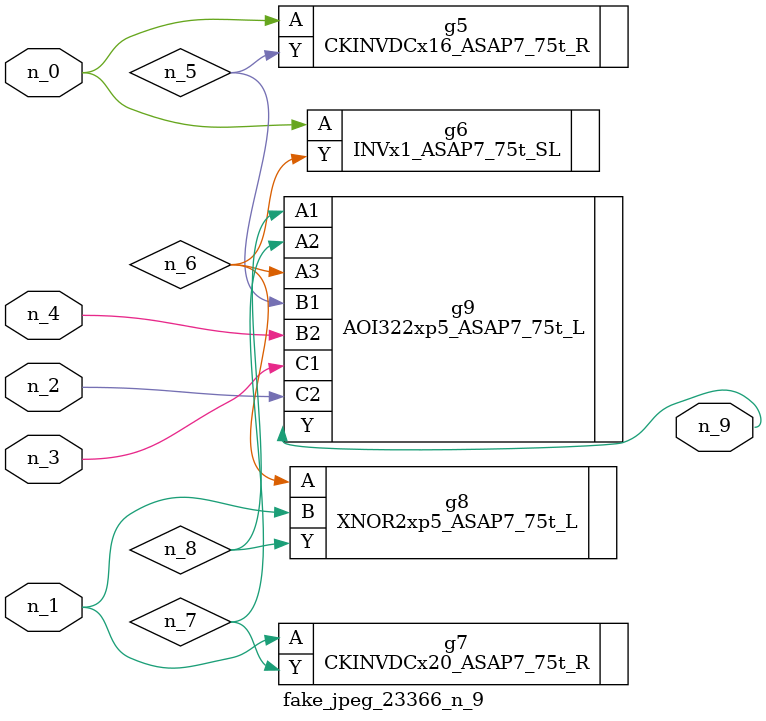
<source format=v>
module fake_jpeg_23366_n_9 (n_3, n_2, n_1, n_0, n_4, n_9);

input n_3;
input n_2;
input n_1;
input n_0;
input n_4;

output n_9;

wire n_8;
wire n_6;
wire n_5;
wire n_7;

CKINVDCx16_ASAP7_75t_R g5 ( 
.A(n_0),
.Y(n_5)
);

INVx1_ASAP7_75t_SL g6 ( 
.A(n_0),
.Y(n_6)
);

CKINVDCx20_ASAP7_75t_R g7 ( 
.A(n_1),
.Y(n_7)
);

XNOR2xp5_ASAP7_75t_L g8 ( 
.A(n_6),
.B(n_1),
.Y(n_8)
);

AOI322xp5_ASAP7_75t_L g9 ( 
.A1(n_8),
.A2(n_7),
.A3(n_6),
.B1(n_5),
.B2(n_4),
.C1(n_3),
.C2(n_2),
.Y(n_9)
);


endmodule
</source>
